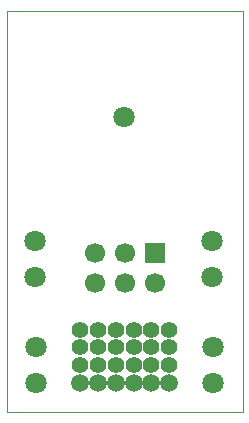
<source format=gbs>
G04*
G04 #@! TF.GenerationSoftware,Altium Limited,Altium Designer,22.2.1 (43)*
G04*
G04 Layer_Color=16711935*
%FSLAX42Y42*%
%MOMM*%
G71*
G04*
G04 #@! TF.SameCoordinates,2103375D-A71D-46A8-8251-58F9F09037AB*
G04*
G04*
G04 #@! TF.FilePolarity,Negative*
G04*
G01*
G75*
%ADD10C,0.10*%
%ADD18C,1.80*%
%ADD19R,1.70X1.70*%
%ADD20C,1.70*%
%ADD21C,1.40*%
%ADD22C,1.50*%
D10*
X0Y0D02*
Y3400D01*
X2000D01*
Y0D02*
Y3400D01*
X0Y0D02*
X2000D01*
D18*
X1740Y1150D02*
D03*
X240D02*
D03*
X1750Y550D02*
D03*
X250D02*
D03*
Y250D02*
D03*
X1750D02*
D03*
X1740Y1450D02*
D03*
X240D02*
D03*
X996Y2500D02*
D03*
D19*
X1254Y1350D02*
D03*
D20*
X1000D02*
D03*
X746D02*
D03*
X1000Y1096D02*
D03*
X746D02*
D03*
X1254D02*
D03*
D21*
X775Y400D02*
D03*
X1075D02*
D03*
X1225D02*
D03*
X925D02*
D03*
Y550D02*
D03*
X1225D02*
D03*
X1075D02*
D03*
X625D02*
D03*
Y700D02*
D03*
X775D02*
D03*
X1075D02*
D03*
X1225D02*
D03*
X925D02*
D03*
X625Y400D02*
D03*
X775Y550D02*
D03*
X1375Y700D02*
D03*
Y550D02*
D03*
Y400D02*
D03*
D22*
X925Y250D02*
D03*
X1375D02*
D03*
X1225D02*
D03*
X1075D02*
D03*
X775D02*
D03*
X625D02*
D03*
M02*

</source>
